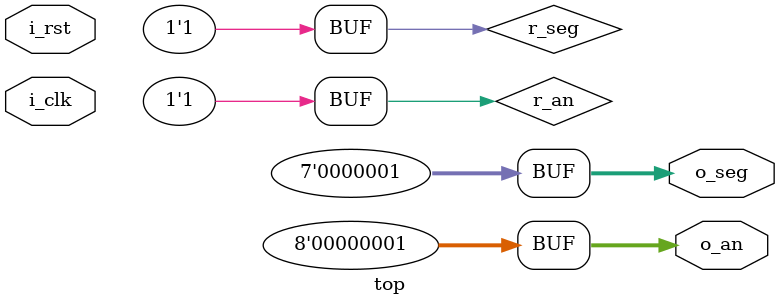
<source format=v>
module top (
    input i_clk,
    input i_rst,
    output [7:0] o_an,
    output [6:0] o_seg
);

    // Anode for the display is VCC through a pnp transitor.
    // Thus, a 0 will turn on that particular digit.
    // All digits' segements will default to all off.
    reg r_an = {7{1'b1}};
    reg r_seg = {8{1'b1}};

    assign o_an = r_an;
    assign o_seg = r_seg;

    always @ (posedge i_clk, posedge i_rst) begin
        
    end

endmodule
</source>
